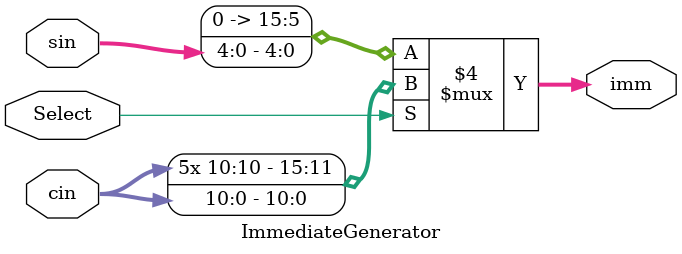
<source format=v>
module ImmediateGenerator (
    input signed [10:0] cin,
	input[4:0] sin,
    input Select,
    output reg[15:0] imm
);

always @(sin or cin or Select) begin
    if (Select == 0) begin
        imm = sin;
    end else begin
        imm = cin;

    end
end

endmodule
</source>
